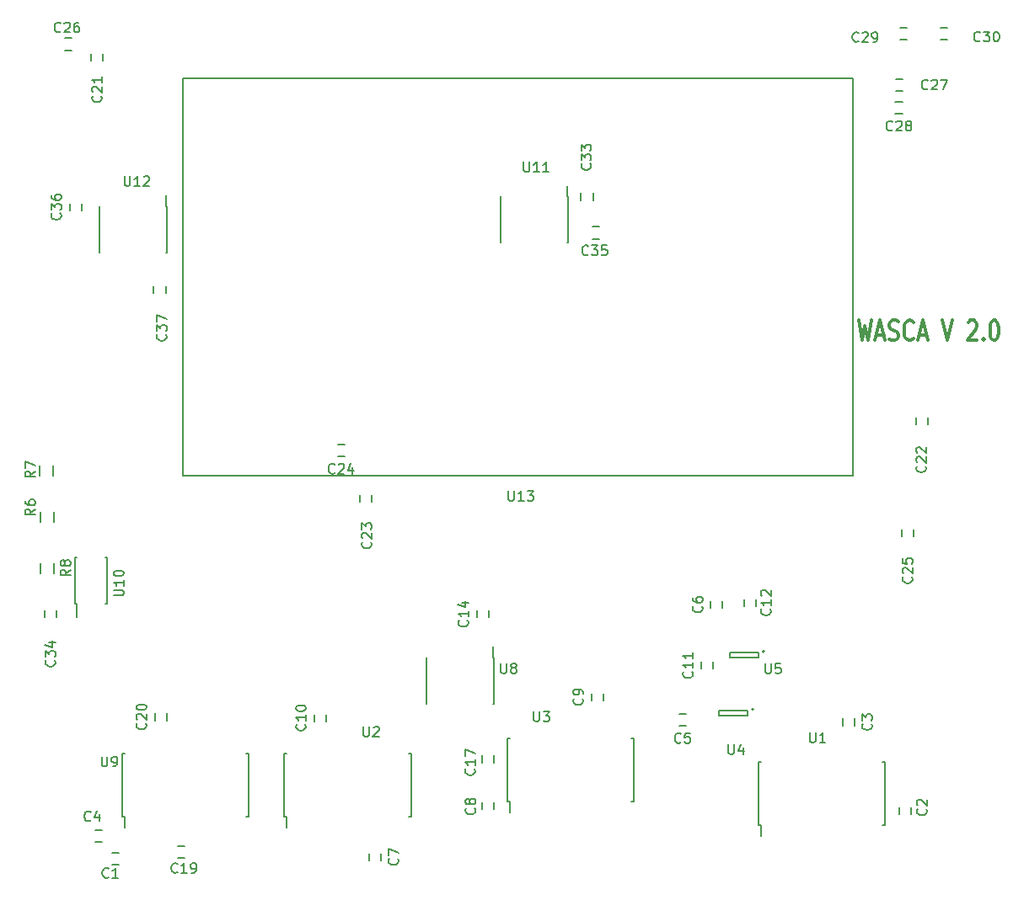
<source format=gto>
G04 #@! TF.FileFunction,Legend,Top*
%FSLAX46Y46*%
G04 Gerber Fmt 4.6, Leading zero omitted, Abs format (unit mm)*
G04 Created by KiCad (PCBNEW 4.0.2-stable) date 05.06.2016 11:41:23*
%MOMM*%
G01*
G04 APERTURE LIST*
%ADD10C,0.150000*%
%ADD11C,0.304800*%
G04 APERTURE END LIST*
D10*
D11*
X111872485Y-89387438D02*
X112235342Y-91419438D01*
X112525628Y-89968010D01*
X112815914Y-91419438D01*
X113178771Y-89387438D01*
X113686771Y-90838867D02*
X114412485Y-90838867D01*
X113541628Y-91419438D02*
X114049628Y-89387438D01*
X114557628Y-91419438D01*
X114993057Y-91322676D02*
X115210771Y-91419438D01*
X115573628Y-91419438D01*
X115718771Y-91322676D01*
X115791342Y-91225914D01*
X115863914Y-91032390D01*
X115863914Y-90838867D01*
X115791342Y-90645343D01*
X115718771Y-90548581D01*
X115573628Y-90451819D01*
X115283342Y-90355057D01*
X115138200Y-90258295D01*
X115065628Y-90161533D01*
X114993057Y-89968010D01*
X114993057Y-89774486D01*
X115065628Y-89580962D01*
X115138200Y-89484200D01*
X115283342Y-89387438D01*
X115646200Y-89387438D01*
X115863914Y-89484200D01*
X117387914Y-91225914D02*
X117315343Y-91322676D01*
X117097629Y-91419438D01*
X116952486Y-91419438D01*
X116734771Y-91322676D01*
X116589629Y-91129152D01*
X116517057Y-90935629D01*
X116444486Y-90548581D01*
X116444486Y-90258295D01*
X116517057Y-89871248D01*
X116589629Y-89677724D01*
X116734771Y-89484200D01*
X116952486Y-89387438D01*
X117097629Y-89387438D01*
X117315343Y-89484200D01*
X117387914Y-89580962D01*
X117968486Y-90838867D02*
X118694200Y-90838867D01*
X117823343Y-91419438D02*
X118331343Y-89387438D01*
X118839343Y-91419438D01*
X120290772Y-89387438D02*
X120798772Y-91419438D01*
X121306772Y-89387438D01*
X122903344Y-89580962D02*
X122975915Y-89484200D01*
X123121058Y-89387438D01*
X123483915Y-89387438D01*
X123629058Y-89484200D01*
X123701629Y-89580962D01*
X123774201Y-89774486D01*
X123774201Y-89968010D01*
X123701629Y-90258295D01*
X122830772Y-91419438D01*
X123774201Y-91419438D01*
X124427344Y-91225914D02*
X124499916Y-91322676D01*
X124427344Y-91419438D01*
X124354773Y-91322676D01*
X124427344Y-91225914D01*
X124427344Y-91419438D01*
X125443344Y-89387438D02*
X125588487Y-89387438D01*
X125733630Y-89484200D01*
X125806201Y-89580962D01*
X125878772Y-89774486D01*
X125951344Y-90161533D01*
X125951344Y-90645343D01*
X125878772Y-91032390D01*
X125806201Y-91225914D01*
X125733630Y-91322676D01*
X125588487Y-91419438D01*
X125443344Y-91419438D01*
X125298201Y-91322676D01*
X125225630Y-91225914D01*
X125153058Y-91032390D01*
X125080487Y-90645343D01*
X125080487Y-90161533D01*
X125153058Y-89774486D01*
X125225630Y-89580962D01*
X125298201Y-89484200D01*
X125443344Y-89387438D01*
D10*
X32862000Y-62220400D02*
X32162000Y-62220400D01*
X32162000Y-61020400D02*
X32862000Y-61020400D01*
X43480000Y-142250000D02*
X44180000Y-142250000D01*
X44180000Y-143450000D02*
X43480000Y-143450000D01*
X37590000Y-144150000D02*
X36890000Y-144150000D01*
X36890000Y-142950000D02*
X37590000Y-142950000D01*
X115930000Y-139070000D02*
X115930000Y-138370000D01*
X117130000Y-138370000D02*
X117130000Y-139070000D01*
X110320000Y-130130000D02*
X110320000Y-129430000D01*
X111520000Y-129430000D02*
X111520000Y-130130000D01*
X35900000Y-141870000D02*
X35200000Y-141870000D01*
X35200000Y-140670000D02*
X35900000Y-140670000D01*
X94540000Y-130150000D02*
X93840000Y-130150000D01*
X93840000Y-128950000D02*
X94540000Y-128950000D01*
X96990000Y-118320000D02*
X96990000Y-117620000D01*
X98190000Y-117620000D02*
X98190000Y-118320000D01*
X63900000Y-143000000D02*
X63900000Y-143700000D01*
X62700000Y-143700000D02*
X62700000Y-143000000D01*
X75250000Y-137850000D02*
X75250000Y-138550000D01*
X74050000Y-138550000D02*
X74050000Y-137850000D01*
X100400000Y-118130000D02*
X100400000Y-117430000D01*
X101600000Y-117430000D02*
X101600000Y-118130000D01*
X101805000Y-140155000D02*
X102062500Y-140155000D01*
X101805000Y-133805000D02*
X102062500Y-133805000D01*
X114555000Y-133805000D02*
X114297500Y-133805000D01*
X114555000Y-140155000D02*
X114297500Y-140155000D01*
X101805000Y-140155000D02*
X101805000Y-133805000D01*
X114555000Y-140155000D02*
X114555000Y-133805000D01*
X102062500Y-140155000D02*
X102062500Y-141230000D01*
X54175000Y-139325000D02*
X54432500Y-139325000D01*
X54175000Y-132975000D02*
X54432500Y-132975000D01*
X66925000Y-132975000D02*
X66667500Y-132975000D01*
X66925000Y-139325000D02*
X66667500Y-139325000D01*
X54175000Y-139325000D02*
X54175000Y-132975000D01*
X66925000Y-139325000D02*
X66925000Y-132975000D01*
X54432500Y-139325000D02*
X54432500Y-140400000D01*
X76575000Y-137805000D02*
X76832500Y-137805000D01*
X76575000Y-131455000D02*
X76832500Y-131455000D01*
X89325000Y-131455000D02*
X89067500Y-131455000D01*
X89325000Y-137805000D02*
X89067500Y-137805000D01*
X76575000Y-137805000D02*
X76575000Y-131455000D01*
X89325000Y-137805000D02*
X89325000Y-131455000D01*
X76832500Y-137805000D02*
X76832500Y-138880000D01*
X85060000Y-127610000D02*
X85060000Y-126910000D01*
X86260000Y-126910000D02*
X86260000Y-127610000D01*
X57190000Y-129720000D02*
X57190000Y-129020000D01*
X58390000Y-129020000D02*
X58390000Y-129720000D01*
X96080000Y-124430000D02*
X96080000Y-123730000D01*
X97280000Y-123730000D02*
X97280000Y-124430000D01*
X73510000Y-119270000D02*
X73510000Y-118570000D01*
X74710000Y-118570000D02*
X74710000Y-119270000D01*
X75250000Y-133150000D02*
X75250000Y-133850000D01*
X74050000Y-133850000D02*
X74050000Y-133150000D01*
X41180000Y-129610000D02*
X41180000Y-128910000D01*
X42380000Y-128910000D02*
X42380000Y-129610000D01*
X35931400Y-62591200D02*
X35931400Y-63291200D01*
X34731400Y-63291200D02*
X34731400Y-62591200D01*
X117637000Y-99877400D02*
X117637000Y-99177400D01*
X118837000Y-99177400D02*
X118837000Y-99877400D01*
X61807800Y-107649800D02*
X61807800Y-106949800D01*
X63007800Y-106949800D02*
X63007800Y-107649800D01*
X60240000Y-103050000D02*
X59540000Y-103050000D01*
X59540000Y-101850000D02*
X60240000Y-101850000D01*
X117440000Y-110400000D02*
X117440000Y-111100000D01*
X116240000Y-111100000D02*
X116240000Y-110400000D01*
X116300000Y-66350000D02*
X115600000Y-66350000D01*
X115600000Y-65150000D02*
X116300000Y-65150000D01*
X116280000Y-68580000D02*
X115580000Y-68580000D01*
X115580000Y-67380000D02*
X116280000Y-67380000D01*
X116740000Y-61160000D02*
X116040000Y-61160000D01*
X116040000Y-59960000D02*
X116740000Y-59960000D01*
X120107000Y-59979000D02*
X120807000Y-59979000D01*
X120807000Y-61179000D02*
X120107000Y-61179000D01*
X84000000Y-77290000D02*
X84000000Y-76590000D01*
X85200000Y-76590000D02*
X85200000Y-77290000D01*
X31340000Y-118530000D02*
X31340000Y-119230000D01*
X30140000Y-119230000D02*
X30140000Y-118530000D01*
X85130000Y-79990000D02*
X85830000Y-79990000D01*
X85830000Y-81190000D02*
X85130000Y-81190000D01*
X32620000Y-78330000D02*
X32620000Y-77630000D01*
X33820000Y-77630000D02*
X33820000Y-78330000D01*
X42270000Y-85940000D02*
X42270000Y-86640000D01*
X41070000Y-86640000D02*
X41070000Y-85940000D01*
X31055000Y-108650000D02*
X31055000Y-109650000D01*
X29705000Y-109650000D02*
X29705000Y-108650000D01*
X30965000Y-104030000D02*
X30965000Y-105030000D01*
X29615000Y-105030000D02*
X29615000Y-104030000D01*
X29715000Y-114800000D02*
X29715000Y-113800000D01*
X31065000Y-113800000D02*
X31065000Y-114800000D01*
X82665000Y-76925000D02*
X82640000Y-76925000D01*
X82665000Y-81575000D02*
X82640000Y-81575000D01*
X75915000Y-81575000D02*
X75940000Y-81575000D01*
X75915000Y-76925000D02*
X75940000Y-76925000D01*
X82665000Y-76925000D02*
X82665000Y-81575000D01*
X75915000Y-76925000D02*
X75915000Y-81575000D01*
X82640000Y-76925000D02*
X82640000Y-75850000D01*
X75215000Y-123265000D02*
X75190000Y-123265000D01*
X75215000Y-127915000D02*
X75190000Y-127915000D01*
X68465000Y-127915000D02*
X68490000Y-127915000D01*
X68465000Y-123265000D02*
X68490000Y-123265000D01*
X75215000Y-123265000D02*
X75215000Y-127915000D01*
X68465000Y-123265000D02*
X68465000Y-127915000D01*
X75190000Y-123265000D02*
X75190000Y-122190000D01*
X37895000Y-139305000D02*
X38152500Y-139305000D01*
X37895000Y-132955000D02*
X38152500Y-132955000D01*
X50645000Y-132955000D02*
X50387500Y-132955000D01*
X50645000Y-139305000D02*
X50387500Y-139305000D01*
X37895000Y-139305000D02*
X37895000Y-132955000D01*
X50645000Y-139305000D02*
X50645000Y-132955000D01*
X38152500Y-139305000D02*
X38152500Y-140380000D01*
X33155000Y-117865000D02*
X33355000Y-117865000D01*
X33155000Y-113215000D02*
X33355000Y-113215000D01*
X36405000Y-113215000D02*
X36205000Y-113215000D01*
X36405000Y-117865000D02*
X36205000Y-117865000D01*
X33155000Y-117865000D02*
X33155000Y-113215000D01*
X36405000Y-117865000D02*
X36405000Y-113215000D01*
X33355000Y-117865000D02*
X33355000Y-119215000D01*
X102420000Y-122680000D02*
G75*
G03X102420000Y-122680000I-100000J0D01*
G01*
X101820000Y-123330000D02*
X101820000Y-122830000D01*
X98920000Y-123330000D02*
X101820000Y-123330000D01*
X98920000Y-122830000D02*
X98920000Y-123330000D01*
X101820000Y-122830000D02*
X98920000Y-122830000D01*
X101340000Y-128510000D02*
G75*
G03X101340000Y-128510000I-100000J0D01*
G01*
X100740000Y-129160000D02*
X100740000Y-128660000D01*
X97840000Y-129160000D02*
X100740000Y-129160000D01*
X97840000Y-128660000D02*
X97840000Y-129160000D01*
X100740000Y-128660000D02*
X97840000Y-128660000D01*
X42355000Y-77915000D02*
X42330000Y-77915000D01*
X42355000Y-82565000D02*
X42330000Y-82565000D01*
X35605000Y-82565000D02*
X35630000Y-82565000D01*
X35605000Y-77915000D02*
X35630000Y-77915000D01*
X42355000Y-77915000D02*
X42355000Y-82565000D01*
X35605000Y-77915000D02*
X35605000Y-82565000D01*
X42330000Y-77915000D02*
X42330000Y-76840000D01*
X111295000Y-65030000D02*
X43985000Y-65030000D01*
X111295000Y-105035000D02*
X111295000Y-65030000D01*
X43985000Y-105035000D02*
X111295000Y-105035000D01*
X43985000Y-65030000D02*
X43985000Y-105035000D01*
X31717143Y-60325543D02*
X31669524Y-60373162D01*
X31526667Y-60420781D01*
X31431429Y-60420781D01*
X31288571Y-60373162D01*
X31193333Y-60277924D01*
X31145714Y-60182686D01*
X31098095Y-59992210D01*
X31098095Y-59849352D01*
X31145714Y-59658876D01*
X31193333Y-59563638D01*
X31288571Y-59468400D01*
X31431429Y-59420781D01*
X31526667Y-59420781D01*
X31669524Y-59468400D01*
X31717143Y-59516019D01*
X32098095Y-59516019D02*
X32145714Y-59468400D01*
X32240952Y-59420781D01*
X32479048Y-59420781D01*
X32574286Y-59468400D01*
X32621905Y-59516019D01*
X32669524Y-59611257D01*
X32669524Y-59706495D01*
X32621905Y-59849352D01*
X32050476Y-60420781D01*
X32669524Y-60420781D01*
X33526667Y-59420781D02*
X33336190Y-59420781D01*
X33240952Y-59468400D01*
X33193333Y-59516019D01*
X33098095Y-59658876D01*
X33050476Y-59849352D01*
X33050476Y-60230305D01*
X33098095Y-60325543D01*
X33145714Y-60373162D01*
X33240952Y-60420781D01*
X33431429Y-60420781D01*
X33526667Y-60373162D01*
X33574286Y-60325543D01*
X33621905Y-60230305D01*
X33621905Y-59992210D01*
X33574286Y-59896971D01*
X33526667Y-59849352D01*
X33431429Y-59801733D01*
X33240952Y-59801733D01*
X33145714Y-59849352D01*
X33098095Y-59896971D01*
X33050476Y-59992210D01*
X43457143Y-144857143D02*
X43409524Y-144904762D01*
X43266667Y-144952381D01*
X43171429Y-144952381D01*
X43028571Y-144904762D01*
X42933333Y-144809524D01*
X42885714Y-144714286D01*
X42838095Y-144523810D01*
X42838095Y-144380952D01*
X42885714Y-144190476D01*
X42933333Y-144095238D01*
X43028571Y-144000000D01*
X43171429Y-143952381D01*
X43266667Y-143952381D01*
X43409524Y-144000000D01*
X43457143Y-144047619D01*
X44409524Y-144952381D02*
X43838095Y-144952381D01*
X44123809Y-144952381D02*
X44123809Y-143952381D01*
X44028571Y-144095238D01*
X43933333Y-144190476D01*
X43838095Y-144238095D01*
X44885714Y-144952381D02*
X45076190Y-144952381D01*
X45171429Y-144904762D01*
X45219048Y-144857143D01*
X45314286Y-144714286D01*
X45361905Y-144523810D01*
X45361905Y-144142857D01*
X45314286Y-144047619D01*
X45266667Y-144000000D01*
X45171429Y-143952381D01*
X44980952Y-143952381D01*
X44885714Y-144000000D01*
X44838095Y-144047619D01*
X44790476Y-144142857D01*
X44790476Y-144380952D01*
X44838095Y-144476190D01*
X44885714Y-144523810D01*
X44980952Y-144571429D01*
X45171429Y-144571429D01*
X45266667Y-144523810D01*
X45314286Y-144476190D01*
X45361905Y-144380952D01*
X36533334Y-145357143D02*
X36485715Y-145404762D01*
X36342858Y-145452381D01*
X36247620Y-145452381D01*
X36104762Y-145404762D01*
X36009524Y-145309524D01*
X35961905Y-145214286D01*
X35914286Y-145023810D01*
X35914286Y-144880952D01*
X35961905Y-144690476D01*
X36009524Y-144595238D01*
X36104762Y-144500000D01*
X36247620Y-144452381D01*
X36342858Y-144452381D01*
X36485715Y-144500000D01*
X36533334Y-144547619D01*
X37485715Y-145452381D02*
X36914286Y-145452381D01*
X37200000Y-145452381D02*
X37200000Y-144452381D01*
X37104762Y-144595238D01*
X37009524Y-144690476D01*
X36914286Y-144738095D01*
X118639743Y-138518366D02*
X118687362Y-138565985D01*
X118734981Y-138708842D01*
X118734981Y-138804080D01*
X118687362Y-138946938D01*
X118592124Y-139042176D01*
X118496886Y-139089795D01*
X118306410Y-139137414D01*
X118163552Y-139137414D01*
X117973076Y-139089795D01*
X117877838Y-139042176D01*
X117782600Y-138946938D01*
X117734981Y-138804080D01*
X117734981Y-138708842D01*
X117782600Y-138565985D01*
X117830219Y-138518366D01*
X117830219Y-138137414D02*
X117782600Y-138089795D01*
X117734981Y-137994557D01*
X117734981Y-137756461D01*
X117782600Y-137661223D01*
X117830219Y-137613604D01*
X117925457Y-137565985D01*
X118020695Y-137565985D01*
X118163552Y-137613604D01*
X118734981Y-138185033D01*
X118734981Y-137565985D01*
X113133143Y-129960666D02*
X113180762Y-130008285D01*
X113228381Y-130151142D01*
X113228381Y-130246380D01*
X113180762Y-130389238D01*
X113085524Y-130484476D01*
X112990286Y-130532095D01*
X112799810Y-130579714D01*
X112656952Y-130579714D01*
X112466476Y-130532095D01*
X112371238Y-130484476D01*
X112276000Y-130389238D01*
X112228381Y-130246380D01*
X112228381Y-130151142D01*
X112276000Y-130008285D01*
X112323619Y-129960666D01*
X112228381Y-129627333D02*
X112228381Y-129008285D01*
X112609333Y-129341619D01*
X112609333Y-129198761D01*
X112656952Y-129103523D01*
X112704571Y-129055904D01*
X112799810Y-129008285D01*
X113037905Y-129008285D01*
X113133143Y-129055904D01*
X113180762Y-129103523D01*
X113228381Y-129198761D01*
X113228381Y-129484476D01*
X113180762Y-129579714D01*
X113133143Y-129627333D01*
X34733334Y-139657143D02*
X34685715Y-139704762D01*
X34542858Y-139752381D01*
X34447620Y-139752381D01*
X34304762Y-139704762D01*
X34209524Y-139609524D01*
X34161905Y-139514286D01*
X34114286Y-139323810D01*
X34114286Y-139180952D01*
X34161905Y-138990476D01*
X34209524Y-138895238D01*
X34304762Y-138800000D01*
X34447620Y-138752381D01*
X34542858Y-138752381D01*
X34685715Y-138800000D01*
X34733334Y-138847619D01*
X35590477Y-139085714D02*
X35590477Y-139752381D01*
X35352381Y-138704762D02*
X35114286Y-139419048D01*
X35733334Y-139419048D01*
X94023334Y-131807143D02*
X93975715Y-131854762D01*
X93832858Y-131902381D01*
X93737620Y-131902381D01*
X93594762Y-131854762D01*
X93499524Y-131759524D01*
X93451905Y-131664286D01*
X93404286Y-131473810D01*
X93404286Y-131330952D01*
X93451905Y-131140476D01*
X93499524Y-131045238D01*
X93594762Y-130950000D01*
X93737620Y-130902381D01*
X93832858Y-130902381D01*
X93975715Y-130950000D01*
X94023334Y-130997619D01*
X94928096Y-130902381D02*
X94451905Y-130902381D01*
X94404286Y-131378571D01*
X94451905Y-131330952D01*
X94547143Y-131283333D01*
X94785239Y-131283333D01*
X94880477Y-131330952D01*
X94928096Y-131378571D01*
X94975715Y-131473810D01*
X94975715Y-131711905D01*
X94928096Y-131807143D01*
X94880477Y-131854762D01*
X94785239Y-131902381D01*
X94547143Y-131902381D01*
X94451905Y-131854762D01*
X94404286Y-131807143D01*
X96115143Y-118136666D02*
X96162762Y-118184285D01*
X96210381Y-118327142D01*
X96210381Y-118422380D01*
X96162762Y-118565238D01*
X96067524Y-118660476D01*
X95972286Y-118708095D01*
X95781810Y-118755714D01*
X95638952Y-118755714D01*
X95448476Y-118708095D01*
X95353238Y-118660476D01*
X95258000Y-118565238D01*
X95210381Y-118422380D01*
X95210381Y-118327142D01*
X95258000Y-118184285D01*
X95305619Y-118136666D01*
X95210381Y-117279523D02*
X95210381Y-117470000D01*
X95258000Y-117565238D01*
X95305619Y-117612857D01*
X95448476Y-117708095D01*
X95638952Y-117755714D01*
X96019905Y-117755714D01*
X96115143Y-117708095D01*
X96162762Y-117660476D01*
X96210381Y-117565238D01*
X96210381Y-117374761D01*
X96162762Y-117279523D01*
X96115143Y-117231904D01*
X96019905Y-117184285D01*
X95781810Y-117184285D01*
X95686571Y-117231904D01*
X95638952Y-117279523D01*
X95591333Y-117374761D01*
X95591333Y-117565238D01*
X95638952Y-117660476D01*
X95686571Y-117708095D01*
X95781810Y-117755714D01*
X65557143Y-143516666D02*
X65604762Y-143564285D01*
X65652381Y-143707142D01*
X65652381Y-143802380D01*
X65604762Y-143945238D01*
X65509524Y-144040476D01*
X65414286Y-144088095D01*
X65223810Y-144135714D01*
X65080952Y-144135714D01*
X64890476Y-144088095D01*
X64795238Y-144040476D01*
X64700000Y-143945238D01*
X64652381Y-143802380D01*
X64652381Y-143707142D01*
X64700000Y-143564285D01*
X64747619Y-143516666D01*
X64652381Y-143183333D02*
X64652381Y-142516666D01*
X65652381Y-142945238D01*
X73292643Y-138442866D02*
X73340262Y-138490485D01*
X73387881Y-138633342D01*
X73387881Y-138728580D01*
X73340262Y-138871438D01*
X73245024Y-138966676D01*
X73149786Y-139014295D01*
X72959310Y-139061914D01*
X72816452Y-139061914D01*
X72625976Y-139014295D01*
X72530738Y-138966676D01*
X72435500Y-138871438D01*
X72387881Y-138728580D01*
X72387881Y-138633342D01*
X72435500Y-138490485D01*
X72483119Y-138442866D01*
X72816452Y-137871438D02*
X72768833Y-137966676D01*
X72721214Y-138014295D01*
X72625976Y-138061914D01*
X72578357Y-138061914D01*
X72483119Y-138014295D01*
X72435500Y-137966676D01*
X72387881Y-137871438D01*
X72387881Y-137680961D01*
X72435500Y-137585723D01*
X72483119Y-137538104D01*
X72578357Y-137490485D01*
X72625976Y-137490485D01*
X72721214Y-137538104D01*
X72768833Y-137585723D01*
X72816452Y-137680961D01*
X72816452Y-137871438D01*
X72864071Y-137966676D01*
X72911690Y-138014295D01*
X73006929Y-138061914D01*
X73197405Y-138061914D01*
X73292643Y-138014295D01*
X73340262Y-137966676D01*
X73387881Y-137871438D01*
X73387881Y-137680961D01*
X73340262Y-137585723D01*
X73292643Y-137538104D01*
X73197405Y-137490485D01*
X73006929Y-137490485D01*
X72911690Y-137538104D01*
X72864071Y-137585723D01*
X72816452Y-137680961D01*
X102973143Y-118422857D02*
X103020762Y-118470476D01*
X103068381Y-118613333D01*
X103068381Y-118708571D01*
X103020762Y-118851429D01*
X102925524Y-118946667D01*
X102830286Y-118994286D01*
X102639810Y-119041905D01*
X102496952Y-119041905D01*
X102306476Y-118994286D01*
X102211238Y-118946667D01*
X102116000Y-118851429D01*
X102068381Y-118708571D01*
X102068381Y-118613333D01*
X102116000Y-118470476D01*
X102163619Y-118422857D01*
X103068381Y-117470476D02*
X103068381Y-118041905D01*
X103068381Y-117756191D02*
X102068381Y-117756191D01*
X102211238Y-117851429D01*
X102306476Y-117946667D01*
X102354095Y-118041905D01*
X102163619Y-117089524D02*
X102116000Y-117041905D01*
X102068381Y-116946667D01*
X102068381Y-116708571D01*
X102116000Y-116613333D01*
X102163619Y-116565714D01*
X102258857Y-116518095D01*
X102354095Y-116518095D01*
X102496952Y-116565714D01*
X103068381Y-117137143D01*
X103068381Y-116518095D01*
X106973595Y-130844381D02*
X106973595Y-131653905D01*
X107021214Y-131749143D01*
X107068833Y-131796762D01*
X107164071Y-131844381D01*
X107354548Y-131844381D01*
X107449786Y-131796762D01*
X107497405Y-131749143D01*
X107545024Y-131653905D01*
X107545024Y-130844381D01*
X108545024Y-131844381D02*
X107973595Y-131844381D01*
X108259309Y-131844381D02*
X108259309Y-130844381D01*
X108164071Y-130987238D01*
X108068833Y-131082476D01*
X107973595Y-131130095D01*
X62138095Y-130252381D02*
X62138095Y-131061905D01*
X62185714Y-131157143D01*
X62233333Y-131204762D01*
X62328571Y-131252381D01*
X62519048Y-131252381D01*
X62614286Y-131204762D01*
X62661905Y-131157143D01*
X62709524Y-131061905D01*
X62709524Y-130252381D01*
X63138095Y-130347619D02*
X63185714Y-130300000D01*
X63280952Y-130252381D01*
X63519048Y-130252381D01*
X63614286Y-130300000D01*
X63661905Y-130347619D01*
X63709524Y-130442857D01*
X63709524Y-130538095D01*
X63661905Y-130680952D01*
X63090476Y-131252381D01*
X63709524Y-131252381D01*
X79248095Y-128738381D02*
X79248095Y-129547905D01*
X79295714Y-129643143D01*
X79343333Y-129690762D01*
X79438571Y-129738381D01*
X79629048Y-129738381D01*
X79724286Y-129690762D01*
X79771905Y-129643143D01*
X79819524Y-129547905D01*
X79819524Y-128738381D01*
X80200476Y-128738381D02*
X80819524Y-128738381D01*
X80486190Y-129119333D01*
X80629048Y-129119333D01*
X80724286Y-129166952D01*
X80771905Y-129214571D01*
X80819524Y-129309810D01*
X80819524Y-129547905D01*
X80771905Y-129643143D01*
X80724286Y-129690762D01*
X80629048Y-129738381D01*
X80343333Y-129738381D01*
X80248095Y-129690762D01*
X80200476Y-129643143D01*
X84117143Y-127426666D02*
X84164762Y-127474285D01*
X84212381Y-127617142D01*
X84212381Y-127712380D01*
X84164762Y-127855238D01*
X84069524Y-127950476D01*
X83974286Y-127998095D01*
X83783810Y-128045714D01*
X83640952Y-128045714D01*
X83450476Y-127998095D01*
X83355238Y-127950476D01*
X83260000Y-127855238D01*
X83212381Y-127712380D01*
X83212381Y-127617142D01*
X83260000Y-127474285D01*
X83307619Y-127426666D01*
X84212381Y-126950476D02*
X84212381Y-126760000D01*
X84164762Y-126664761D01*
X84117143Y-126617142D01*
X83974286Y-126521904D01*
X83783810Y-126474285D01*
X83402857Y-126474285D01*
X83307619Y-126521904D01*
X83260000Y-126569523D01*
X83212381Y-126664761D01*
X83212381Y-126855238D01*
X83260000Y-126950476D01*
X83307619Y-126998095D01*
X83402857Y-127045714D01*
X83640952Y-127045714D01*
X83736190Y-126998095D01*
X83783810Y-126950476D01*
X83831429Y-126855238D01*
X83831429Y-126664761D01*
X83783810Y-126569523D01*
X83736190Y-126521904D01*
X83640952Y-126474285D01*
X56247143Y-130012857D02*
X56294762Y-130060476D01*
X56342381Y-130203333D01*
X56342381Y-130298571D01*
X56294762Y-130441429D01*
X56199524Y-130536667D01*
X56104286Y-130584286D01*
X55913810Y-130631905D01*
X55770952Y-130631905D01*
X55580476Y-130584286D01*
X55485238Y-130536667D01*
X55390000Y-130441429D01*
X55342381Y-130298571D01*
X55342381Y-130203333D01*
X55390000Y-130060476D01*
X55437619Y-130012857D01*
X56342381Y-129060476D02*
X56342381Y-129631905D01*
X56342381Y-129346191D02*
X55342381Y-129346191D01*
X55485238Y-129441429D01*
X55580476Y-129536667D01*
X55628095Y-129631905D01*
X55342381Y-128441429D02*
X55342381Y-128346190D01*
X55390000Y-128250952D01*
X55437619Y-128203333D01*
X55532857Y-128155714D01*
X55723333Y-128108095D01*
X55961429Y-128108095D01*
X56151905Y-128155714D01*
X56247143Y-128203333D01*
X56294762Y-128250952D01*
X56342381Y-128346190D01*
X56342381Y-128441429D01*
X56294762Y-128536667D01*
X56247143Y-128584286D01*
X56151905Y-128631905D01*
X55961429Y-128679524D01*
X55723333Y-128679524D01*
X55532857Y-128631905D01*
X55437619Y-128584286D01*
X55390000Y-128536667D01*
X55342381Y-128441429D01*
X95137143Y-124722857D02*
X95184762Y-124770476D01*
X95232381Y-124913333D01*
X95232381Y-125008571D01*
X95184762Y-125151429D01*
X95089524Y-125246667D01*
X94994286Y-125294286D01*
X94803810Y-125341905D01*
X94660952Y-125341905D01*
X94470476Y-125294286D01*
X94375238Y-125246667D01*
X94280000Y-125151429D01*
X94232381Y-125008571D01*
X94232381Y-124913333D01*
X94280000Y-124770476D01*
X94327619Y-124722857D01*
X95232381Y-123770476D02*
X95232381Y-124341905D01*
X95232381Y-124056191D02*
X94232381Y-124056191D01*
X94375238Y-124151429D01*
X94470476Y-124246667D01*
X94518095Y-124341905D01*
X95232381Y-122818095D02*
X95232381Y-123389524D01*
X95232381Y-123103810D02*
X94232381Y-123103810D01*
X94375238Y-123199048D01*
X94470476Y-123294286D01*
X94518095Y-123389524D01*
X72567143Y-119562857D02*
X72614762Y-119610476D01*
X72662381Y-119753333D01*
X72662381Y-119848571D01*
X72614762Y-119991429D01*
X72519524Y-120086667D01*
X72424286Y-120134286D01*
X72233810Y-120181905D01*
X72090952Y-120181905D01*
X71900476Y-120134286D01*
X71805238Y-120086667D01*
X71710000Y-119991429D01*
X71662381Y-119848571D01*
X71662381Y-119753333D01*
X71710000Y-119610476D01*
X71757619Y-119562857D01*
X72662381Y-118610476D02*
X72662381Y-119181905D01*
X72662381Y-118896191D02*
X71662381Y-118896191D01*
X71805238Y-118991429D01*
X71900476Y-119086667D01*
X71948095Y-119181905D01*
X71995714Y-117753333D02*
X72662381Y-117753333D01*
X71614762Y-117991429D02*
X72329048Y-118229524D01*
X72329048Y-117610476D01*
X73255143Y-134500857D02*
X73302762Y-134548476D01*
X73350381Y-134691333D01*
X73350381Y-134786571D01*
X73302762Y-134929429D01*
X73207524Y-135024667D01*
X73112286Y-135072286D01*
X72921810Y-135119905D01*
X72778952Y-135119905D01*
X72588476Y-135072286D01*
X72493238Y-135024667D01*
X72398000Y-134929429D01*
X72350381Y-134786571D01*
X72350381Y-134691333D01*
X72398000Y-134548476D01*
X72445619Y-134500857D01*
X73350381Y-133548476D02*
X73350381Y-134119905D01*
X73350381Y-133834191D02*
X72350381Y-133834191D01*
X72493238Y-133929429D01*
X72588476Y-134024667D01*
X72636095Y-134119905D01*
X72350381Y-133215143D02*
X72350381Y-132548476D01*
X73350381Y-132977048D01*
X40237143Y-129902857D02*
X40284762Y-129950476D01*
X40332381Y-130093333D01*
X40332381Y-130188571D01*
X40284762Y-130331429D01*
X40189524Y-130426667D01*
X40094286Y-130474286D01*
X39903810Y-130521905D01*
X39760952Y-130521905D01*
X39570476Y-130474286D01*
X39475238Y-130426667D01*
X39380000Y-130331429D01*
X39332381Y-130188571D01*
X39332381Y-130093333D01*
X39380000Y-129950476D01*
X39427619Y-129902857D01*
X39427619Y-129521905D02*
X39380000Y-129474286D01*
X39332381Y-129379048D01*
X39332381Y-129140952D01*
X39380000Y-129045714D01*
X39427619Y-128998095D01*
X39522857Y-128950476D01*
X39618095Y-128950476D01*
X39760952Y-128998095D01*
X40332381Y-129569524D01*
X40332381Y-128950476D01*
X39332381Y-128331429D02*
X39332381Y-128236190D01*
X39380000Y-128140952D01*
X39427619Y-128093333D01*
X39522857Y-128045714D01*
X39713333Y-127998095D01*
X39951429Y-127998095D01*
X40141905Y-128045714D01*
X40237143Y-128093333D01*
X40284762Y-128140952D01*
X40332381Y-128236190D01*
X40332381Y-128331429D01*
X40284762Y-128426667D01*
X40237143Y-128474286D01*
X40141905Y-128521905D01*
X39951429Y-128569524D01*
X39713333Y-128569524D01*
X39522857Y-128521905D01*
X39427619Y-128474286D01*
X39380000Y-128426667D01*
X39332381Y-128331429D01*
X35770543Y-66824057D02*
X35818162Y-66871676D01*
X35865781Y-67014533D01*
X35865781Y-67109771D01*
X35818162Y-67252629D01*
X35722924Y-67347867D01*
X35627686Y-67395486D01*
X35437210Y-67443105D01*
X35294352Y-67443105D01*
X35103876Y-67395486D01*
X35008638Y-67347867D01*
X34913400Y-67252629D01*
X34865781Y-67109771D01*
X34865781Y-67014533D01*
X34913400Y-66871676D01*
X34961019Y-66824057D01*
X34961019Y-66443105D02*
X34913400Y-66395486D01*
X34865781Y-66300248D01*
X34865781Y-66062152D01*
X34913400Y-65966914D01*
X34961019Y-65919295D01*
X35056257Y-65871676D01*
X35151495Y-65871676D01*
X35294352Y-65919295D01*
X35865781Y-66490724D01*
X35865781Y-65871676D01*
X35865781Y-64919295D02*
X35865781Y-65490724D01*
X35865781Y-65205010D02*
X34865781Y-65205010D01*
X35008638Y-65300248D01*
X35103876Y-65395486D01*
X35151495Y-65490724D01*
X118584143Y-104052257D02*
X118631762Y-104099876D01*
X118679381Y-104242733D01*
X118679381Y-104337971D01*
X118631762Y-104480829D01*
X118536524Y-104576067D01*
X118441286Y-104623686D01*
X118250810Y-104671305D01*
X118107952Y-104671305D01*
X117917476Y-104623686D01*
X117822238Y-104576067D01*
X117727000Y-104480829D01*
X117679381Y-104337971D01*
X117679381Y-104242733D01*
X117727000Y-104099876D01*
X117774619Y-104052257D01*
X117774619Y-103671305D02*
X117727000Y-103623686D01*
X117679381Y-103528448D01*
X117679381Y-103290352D01*
X117727000Y-103195114D01*
X117774619Y-103147495D01*
X117869857Y-103099876D01*
X117965095Y-103099876D01*
X118107952Y-103147495D01*
X118679381Y-103718924D01*
X118679381Y-103099876D01*
X117774619Y-102718924D02*
X117727000Y-102671305D01*
X117679381Y-102576067D01*
X117679381Y-102337971D01*
X117727000Y-102242733D01*
X117774619Y-102195114D01*
X117869857Y-102147495D01*
X117965095Y-102147495D01*
X118107952Y-102195114D01*
X118679381Y-102766543D01*
X118679381Y-102147495D01*
X62866543Y-111691657D02*
X62914162Y-111739276D01*
X62961781Y-111882133D01*
X62961781Y-111977371D01*
X62914162Y-112120229D01*
X62818924Y-112215467D01*
X62723686Y-112263086D01*
X62533210Y-112310705D01*
X62390352Y-112310705D01*
X62199876Y-112263086D01*
X62104638Y-112215467D01*
X62009400Y-112120229D01*
X61961781Y-111977371D01*
X61961781Y-111882133D01*
X62009400Y-111739276D01*
X62057019Y-111691657D01*
X62057019Y-111310705D02*
X62009400Y-111263086D01*
X61961781Y-111167848D01*
X61961781Y-110929752D01*
X62009400Y-110834514D01*
X62057019Y-110786895D01*
X62152257Y-110739276D01*
X62247495Y-110739276D01*
X62390352Y-110786895D01*
X62961781Y-111358324D01*
X62961781Y-110739276D01*
X61961781Y-110405943D02*
X61961781Y-109786895D01*
X62342733Y-110120229D01*
X62342733Y-109977371D01*
X62390352Y-109882133D01*
X62437971Y-109834514D01*
X62533210Y-109786895D01*
X62771305Y-109786895D01*
X62866543Y-109834514D01*
X62914162Y-109882133D01*
X62961781Y-109977371D01*
X62961781Y-110263086D01*
X62914162Y-110358324D01*
X62866543Y-110405943D01*
X59247143Y-104707143D02*
X59199524Y-104754762D01*
X59056667Y-104802381D01*
X58961429Y-104802381D01*
X58818571Y-104754762D01*
X58723333Y-104659524D01*
X58675714Y-104564286D01*
X58628095Y-104373810D01*
X58628095Y-104230952D01*
X58675714Y-104040476D01*
X58723333Y-103945238D01*
X58818571Y-103850000D01*
X58961429Y-103802381D01*
X59056667Y-103802381D01*
X59199524Y-103850000D01*
X59247143Y-103897619D01*
X59628095Y-103897619D02*
X59675714Y-103850000D01*
X59770952Y-103802381D01*
X60009048Y-103802381D01*
X60104286Y-103850000D01*
X60151905Y-103897619D01*
X60199524Y-103992857D01*
X60199524Y-104088095D01*
X60151905Y-104230952D01*
X59580476Y-104802381D01*
X60199524Y-104802381D01*
X61056667Y-104135714D02*
X61056667Y-104802381D01*
X60818571Y-103754762D02*
X60580476Y-104469048D01*
X61199524Y-104469048D01*
X117197143Y-115196857D02*
X117244762Y-115244476D01*
X117292381Y-115387333D01*
X117292381Y-115482571D01*
X117244762Y-115625429D01*
X117149524Y-115720667D01*
X117054286Y-115768286D01*
X116863810Y-115815905D01*
X116720952Y-115815905D01*
X116530476Y-115768286D01*
X116435238Y-115720667D01*
X116340000Y-115625429D01*
X116292381Y-115482571D01*
X116292381Y-115387333D01*
X116340000Y-115244476D01*
X116387619Y-115196857D01*
X116387619Y-114815905D02*
X116340000Y-114768286D01*
X116292381Y-114673048D01*
X116292381Y-114434952D01*
X116340000Y-114339714D01*
X116387619Y-114292095D01*
X116482857Y-114244476D01*
X116578095Y-114244476D01*
X116720952Y-114292095D01*
X117292381Y-114863524D01*
X117292381Y-114244476D01*
X116292381Y-113339714D02*
X116292381Y-113815905D01*
X116768571Y-113863524D01*
X116720952Y-113815905D01*
X116673333Y-113720667D01*
X116673333Y-113482571D01*
X116720952Y-113387333D01*
X116768571Y-113339714D01*
X116863810Y-113292095D01*
X117101905Y-113292095D01*
X117197143Y-113339714D01*
X117244762Y-113387333D01*
X117292381Y-113482571D01*
X117292381Y-113720667D01*
X117244762Y-113815905D01*
X117197143Y-113863524D01*
X118838743Y-66092343D02*
X118791124Y-66139962D01*
X118648267Y-66187581D01*
X118553029Y-66187581D01*
X118410171Y-66139962D01*
X118314933Y-66044724D01*
X118267314Y-65949486D01*
X118219695Y-65759010D01*
X118219695Y-65616152D01*
X118267314Y-65425676D01*
X118314933Y-65330438D01*
X118410171Y-65235200D01*
X118553029Y-65187581D01*
X118648267Y-65187581D01*
X118791124Y-65235200D01*
X118838743Y-65282819D01*
X119219695Y-65282819D02*
X119267314Y-65235200D01*
X119362552Y-65187581D01*
X119600648Y-65187581D01*
X119695886Y-65235200D01*
X119743505Y-65282819D01*
X119791124Y-65378057D01*
X119791124Y-65473295D01*
X119743505Y-65616152D01*
X119172076Y-66187581D01*
X119791124Y-66187581D01*
X120124457Y-65187581D02*
X120791124Y-65187581D01*
X120362552Y-66187581D01*
X115287143Y-70237143D02*
X115239524Y-70284762D01*
X115096667Y-70332381D01*
X115001429Y-70332381D01*
X114858571Y-70284762D01*
X114763333Y-70189524D01*
X114715714Y-70094286D01*
X114668095Y-69903810D01*
X114668095Y-69760952D01*
X114715714Y-69570476D01*
X114763333Y-69475238D01*
X114858571Y-69380000D01*
X115001429Y-69332381D01*
X115096667Y-69332381D01*
X115239524Y-69380000D01*
X115287143Y-69427619D01*
X115668095Y-69427619D02*
X115715714Y-69380000D01*
X115810952Y-69332381D01*
X116049048Y-69332381D01*
X116144286Y-69380000D01*
X116191905Y-69427619D01*
X116239524Y-69522857D01*
X116239524Y-69618095D01*
X116191905Y-69760952D01*
X115620476Y-70332381D01*
X116239524Y-70332381D01*
X116810952Y-69760952D02*
X116715714Y-69713333D01*
X116668095Y-69665714D01*
X116620476Y-69570476D01*
X116620476Y-69522857D01*
X116668095Y-69427619D01*
X116715714Y-69380000D01*
X116810952Y-69332381D01*
X117001429Y-69332381D01*
X117096667Y-69380000D01*
X117144286Y-69427619D01*
X117191905Y-69522857D01*
X117191905Y-69570476D01*
X117144286Y-69665714D01*
X117096667Y-69713333D01*
X117001429Y-69760952D01*
X116810952Y-69760952D01*
X116715714Y-69808571D01*
X116668095Y-69856190D01*
X116620476Y-69951429D01*
X116620476Y-70141905D01*
X116668095Y-70237143D01*
X116715714Y-70284762D01*
X116810952Y-70332381D01*
X117001429Y-70332381D01*
X117096667Y-70284762D01*
X117144286Y-70237143D01*
X117191905Y-70141905D01*
X117191905Y-69951429D01*
X117144286Y-69856190D01*
X117096667Y-69808571D01*
X117001429Y-69760952D01*
X111879143Y-61317143D02*
X111831524Y-61364762D01*
X111688667Y-61412381D01*
X111593429Y-61412381D01*
X111450571Y-61364762D01*
X111355333Y-61269524D01*
X111307714Y-61174286D01*
X111260095Y-60983810D01*
X111260095Y-60840952D01*
X111307714Y-60650476D01*
X111355333Y-60555238D01*
X111450571Y-60460000D01*
X111593429Y-60412381D01*
X111688667Y-60412381D01*
X111831524Y-60460000D01*
X111879143Y-60507619D01*
X112260095Y-60507619D02*
X112307714Y-60460000D01*
X112402952Y-60412381D01*
X112641048Y-60412381D01*
X112736286Y-60460000D01*
X112783905Y-60507619D01*
X112831524Y-60602857D01*
X112831524Y-60698095D01*
X112783905Y-60840952D01*
X112212476Y-61412381D01*
X112831524Y-61412381D01*
X113307714Y-61412381D02*
X113498190Y-61412381D01*
X113593429Y-61364762D01*
X113641048Y-61317143D01*
X113736286Y-61174286D01*
X113783905Y-60983810D01*
X113783905Y-60602857D01*
X113736286Y-60507619D01*
X113688667Y-60460000D01*
X113593429Y-60412381D01*
X113402952Y-60412381D01*
X113307714Y-60460000D01*
X113260095Y-60507619D01*
X113212476Y-60602857D01*
X113212476Y-60840952D01*
X113260095Y-60936190D01*
X113307714Y-60983810D01*
X113402952Y-61031429D01*
X113593429Y-61031429D01*
X113688667Y-60983810D01*
X113736286Y-60936190D01*
X113783905Y-60840952D01*
X124096543Y-61266343D02*
X124048924Y-61313962D01*
X123906067Y-61361581D01*
X123810829Y-61361581D01*
X123667971Y-61313962D01*
X123572733Y-61218724D01*
X123525114Y-61123486D01*
X123477495Y-60933010D01*
X123477495Y-60790152D01*
X123525114Y-60599676D01*
X123572733Y-60504438D01*
X123667971Y-60409200D01*
X123810829Y-60361581D01*
X123906067Y-60361581D01*
X124048924Y-60409200D01*
X124096543Y-60456819D01*
X124429876Y-60361581D02*
X125048924Y-60361581D01*
X124715590Y-60742533D01*
X124858448Y-60742533D01*
X124953686Y-60790152D01*
X125001305Y-60837771D01*
X125048924Y-60933010D01*
X125048924Y-61171105D01*
X125001305Y-61266343D01*
X124953686Y-61313962D01*
X124858448Y-61361581D01*
X124572733Y-61361581D01*
X124477495Y-61313962D01*
X124429876Y-61266343D01*
X125667971Y-60361581D02*
X125763210Y-60361581D01*
X125858448Y-60409200D01*
X125906067Y-60456819D01*
X125953686Y-60552057D01*
X126001305Y-60742533D01*
X126001305Y-60980629D01*
X125953686Y-61171105D01*
X125906067Y-61266343D01*
X125858448Y-61313962D01*
X125763210Y-61361581D01*
X125667971Y-61361581D01*
X125572733Y-61313962D01*
X125525114Y-61266343D01*
X125477495Y-61171105D01*
X125429876Y-60980629D01*
X125429876Y-60742533D01*
X125477495Y-60552057D01*
X125525114Y-60456819D01*
X125572733Y-60409200D01*
X125667971Y-60361581D01*
X84913743Y-73617057D02*
X84961362Y-73664676D01*
X85008981Y-73807533D01*
X85008981Y-73902771D01*
X84961362Y-74045629D01*
X84866124Y-74140867D01*
X84770886Y-74188486D01*
X84580410Y-74236105D01*
X84437552Y-74236105D01*
X84247076Y-74188486D01*
X84151838Y-74140867D01*
X84056600Y-74045629D01*
X84008981Y-73902771D01*
X84008981Y-73807533D01*
X84056600Y-73664676D01*
X84104219Y-73617057D01*
X84008981Y-73283724D02*
X84008981Y-72664676D01*
X84389933Y-72998010D01*
X84389933Y-72855152D01*
X84437552Y-72759914D01*
X84485171Y-72712295D01*
X84580410Y-72664676D01*
X84818505Y-72664676D01*
X84913743Y-72712295D01*
X84961362Y-72759914D01*
X85008981Y-72855152D01*
X85008981Y-73140867D01*
X84961362Y-73236105D01*
X84913743Y-73283724D01*
X84008981Y-72331343D02*
X84008981Y-71712295D01*
X84389933Y-72045629D01*
X84389933Y-71902771D01*
X84437552Y-71807533D01*
X84485171Y-71759914D01*
X84580410Y-71712295D01*
X84818505Y-71712295D01*
X84913743Y-71759914D01*
X84961362Y-71807533D01*
X85008981Y-71902771D01*
X85008981Y-72188486D01*
X84961362Y-72283724D01*
X84913743Y-72331343D01*
X31091143Y-123578857D02*
X31138762Y-123626476D01*
X31186381Y-123769333D01*
X31186381Y-123864571D01*
X31138762Y-124007429D01*
X31043524Y-124102667D01*
X30948286Y-124150286D01*
X30757810Y-124197905D01*
X30614952Y-124197905D01*
X30424476Y-124150286D01*
X30329238Y-124102667D01*
X30234000Y-124007429D01*
X30186381Y-123864571D01*
X30186381Y-123769333D01*
X30234000Y-123626476D01*
X30281619Y-123578857D01*
X30186381Y-123245524D02*
X30186381Y-122626476D01*
X30567333Y-122959810D01*
X30567333Y-122816952D01*
X30614952Y-122721714D01*
X30662571Y-122674095D01*
X30757810Y-122626476D01*
X30995905Y-122626476D01*
X31091143Y-122674095D01*
X31138762Y-122721714D01*
X31186381Y-122816952D01*
X31186381Y-123102667D01*
X31138762Y-123197905D01*
X31091143Y-123245524D01*
X30519714Y-121769333D02*
X31186381Y-121769333D01*
X30138762Y-122007429D02*
X30853048Y-122245524D01*
X30853048Y-121626476D01*
X84726543Y-82754743D02*
X84678924Y-82802362D01*
X84536067Y-82849981D01*
X84440829Y-82849981D01*
X84297971Y-82802362D01*
X84202733Y-82707124D01*
X84155114Y-82611886D01*
X84107495Y-82421410D01*
X84107495Y-82278552D01*
X84155114Y-82088076D01*
X84202733Y-81992838D01*
X84297971Y-81897600D01*
X84440829Y-81849981D01*
X84536067Y-81849981D01*
X84678924Y-81897600D01*
X84726543Y-81945219D01*
X85059876Y-81849981D02*
X85678924Y-81849981D01*
X85345590Y-82230933D01*
X85488448Y-82230933D01*
X85583686Y-82278552D01*
X85631305Y-82326171D01*
X85678924Y-82421410D01*
X85678924Y-82659505D01*
X85631305Y-82754743D01*
X85583686Y-82802362D01*
X85488448Y-82849981D01*
X85202733Y-82849981D01*
X85107495Y-82802362D01*
X85059876Y-82754743D01*
X86583686Y-81849981D02*
X86107495Y-81849981D01*
X86059876Y-82326171D01*
X86107495Y-82278552D01*
X86202733Y-82230933D01*
X86440829Y-82230933D01*
X86536067Y-82278552D01*
X86583686Y-82326171D01*
X86631305Y-82421410D01*
X86631305Y-82659505D01*
X86583686Y-82754743D01*
X86536067Y-82802362D01*
X86440829Y-82849981D01*
X86202733Y-82849981D01*
X86107495Y-82802362D01*
X86059876Y-82754743D01*
X31677143Y-78622857D02*
X31724762Y-78670476D01*
X31772381Y-78813333D01*
X31772381Y-78908571D01*
X31724762Y-79051429D01*
X31629524Y-79146667D01*
X31534286Y-79194286D01*
X31343810Y-79241905D01*
X31200952Y-79241905D01*
X31010476Y-79194286D01*
X30915238Y-79146667D01*
X30820000Y-79051429D01*
X30772381Y-78908571D01*
X30772381Y-78813333D01*
X30820000Y-78670476D01*
X30867619Y-78622857D01*
X30772381Y-78289524D02*
X30772381Y-77670476D01*
X31153333Y-78003810D01*
X31153333Y-77860952D01*
X31200952Y-77765714D01*
X31248571Y-77718095D01*
X31343810Y-77670476D01*
X31581905Y-77670476D01*
X31677143Y-77718095D01*
X31724762Y-77765714D01*
X31772381Y-77860952D01*
X31772381Y-78146667D01*
X31724762Y-78241905D01*
X31677143Y-78289524D01*
X30772381Y-76813333D02*
X30772381Y-77003810D01*
X30820000Y-77099048D01*
X30867619Y-77146667D01*
X31010476Y-77241905D01*
X31200952Y-77289524D01*
X31581905Y-77289524D01*
X31677143Y-77241905D01*
X31724762Y-77194286D01*
X31772381Y-77099048D01*
X31772381Y-76908571D01*
X31724762Y-76813333D01*
X31677143Y-76765714D01*
X31581905Y-76718095D01*
X31343810Y-76718095D01*
X31248571Y-76765714D01*
X31200952Y-76813333D01*
X31153333Y-76908571D01*
X31153333Y-77099048D01*
X31200952Y-77194286D01*
X31248571Y-77241905D01*
X31343810Y-77289524D01*
X42267143Y-90812857D02*
X42314762Y-90860476D01*
X42362381Y-91003333D01*
X42362381Y-91098571D01*
X42314762Y-91241429D01*
X42219524Y-91336667D01*
X42124286Y-91384286D01*
X41933810Y-91431905D01*
X41790952Y-91431905D01*
X41600476Y-91384286D01*
X41505238Y-91336667D01*
X41410000Y-91241429D01*
X41362381Y-91098571D01*
X41362381Y-91003333D01*
X41410000Y-90860476D01*
X41457619Y-90812857D01*
X41362381Y-90479524D02*
X41362381Y-89860476D01*
X41743333Y-90193810D01*
X41743333Y-90050952D01*
X41790952Y-89955714D01*
X41838571Y-89908095D01*
X41933810Y-89860476D01*
X42171905Y-89860476D01*
X42267143Y-89908095D01*
X42314762Y-89955714D01*
X42362381Y-90050952D01*
X42362381Y-90336667D01*
X42314762Y-90431905D01*
X42267143Y-90479524D01*
X41362381Y-89527143D02*
X41362381Y-88860476D01*
X42362381Y-89289048D01*
X29154381Y-108370666D02*
X28678190Y-108704000D01*
X29154381Y-108942095D02*
X28154381Y-108942095D01*
X28154381Y-108561142D01*
X28202000Y-108465904D01*
X28249619Y-108418285D01*
X28344857Y-108370666D01*
X28487714Y-108370666D01*
X28582952Y-108418285D01*
X28630571Y-108465904D01*
X28678190Y-108561142D01*
X28678190Y-108942095D01*
X28154381Y-107513523D02*
X28154381Y-107704000D01*
X28202000Y-107799238D01*
X28249619Y-107846857D01*
X28392476Y-107942095D01*
X28582952Y-107989714D01*
X28963905Y-107989714D01*
X29059143Y-107942095D01*
X29106762Y-107894476D01*
X29154381Y-107799238D01*
X29154381Y-107608761D01*
X29106762Y-107513523D01*
X29059143Y-107465904D01*
X28963905Y-107418285D01*
X28725810Y-107418285D01*
X28630571Y-107465904D01*
X28582952Y-107513523D01*
X28535333Y-107608761D01*
X28535333Y-107799238D01*
X28582952Y-107894476D01*
X28630571Y-107942095D01*
X28725810Y-107989714D01*
X29154381Y-104560666D02*
X28678190Y-104894000D01*
X29154381Y-105132095D02*
X28154381Y-105132095D01*
X28154381Y-104751142D01*
X28202000Y-104655904D01*
X28249619Y-104608285D01*
X28344857Y-104560666D01*
X28487714Y-104560666D01*
X28582952Y-104608285D01*
X28630571Y-104655904D01*
X28678190Y-104751142D01*
X28678190Y-105132095D01*
X28154381Y-104227333D02*
X28154381Y-103560666D01*
X29154381Y-103989238D01*
X32710381Y-114466666D02*
X32234190Y-114800000D01*
X32710381Y-115038095D02*
X31710381Y-115038095D01*
X31710381Y-114657142D01*
X31758000Y-114561904D01*
X31805619Y-114514285D01*
X31900857Y-114466666D01*
X32043714Y-114466666D01*
X32138952Y-114514285D01*
X32186571Y-114561904D01*
X32234190Y-114657142D01*
X32234190Y-115038095D01*
X32138952Y-113895238D02*
X32091333Y-113990476D01*
X32043714Y-114038095D01*
X31948476Y-114085714D01*
X31900857Y-114085714D01*
X31805619Y-114038095D01*
X31758000Y-113990476D01*
X31710381Y-113895238D01*
X31710381Y-113704761D01*
X31758000Y-113609523D01*
X31805619Y-113561904D01*
X31900857Y-113514285D01*
X31948476Y-113514285D01*
X32043714Y-113561904D01*
X32091333Y-113609523D01*
X32138952Y-113704761D01*
X32138952Y-113895238D01*
X32186571Y-113990476D01*
X32234190Y-114038095D01*
X32329429Y-114085714D01*
X32519905Y-114085714D01*
X32615143Y-114038095D01*
X32662762Y-113990476D01*
X32710381Y-113895238D01*
X32710381Y-113704761D01*
X32662762Y-113609523D01*
X32615143Y-113561904D01*
X32519905Y-113514285D01*
X32329429Y-113514285D01*
X32234190Y-113561904D01*
X32186571Y-113609523D01*
X32138952Y-113704761D01*
X78238505Y-73467981D02*
X78238505Y-74277505D01*
X78286124Y-74372743D01*
X78333743Y-74420362D01*
X78428981Y-74467981D01*
X78619458Y-74467981D01*
X78714696Y-74420362D01*
X78762315Y-74372743D01*
X78809934Y-74277505D01*
X78809934Y-73467981D01*
X79809934Y-74467981D02*
X79238505Y-74467981D01*
X79524219Y-74467981D02*
X79524219Y-73467981D01*
X79428981Y-73610838D01*
X79333743Y-73706076D01*
X79238505Y-73753695D01*
X80762315Y-74467981D02*
X80190886Y-74467981D01*
X80476600Y-74467981D02*
X80476600Y-73467981D01*
X80381362Y-73610838D01*
X80286124Y-73706076D01*
X80190886Y-73753695D01*
X75946095Y-123912381D02*
X75946095Y-124721905D01*
X75993714Y-124817143D01*
X76041333Y-124864762D01*
X76136571Y-124912381D01*
X76327048Y-124912381D01*
X76422286Y-124864762D01*
X76469905Y-124817143D01*
X76517524Y-124721905D01*
X76517524Y-123912381D01*
X77136571Y-124340952D02*
X77041333Y-124293333D01*
X76993714Y-124245714D01*
X76946095Y-124150476D01*
X76946095Y-124102857D01*
X76993714Y-124007619D01*
X77041333Y-123960000D01*
X77136571Y-123912381D01*
X77327048Y-123912381D01*
X77422286Y-123960000D01*
X77469905Y-124007619D01*
X77517524Y-124102857D01*
X77517524Y-124150476D01*
X77469905Y-124245714D01*
X77422286Y-124293333D01*
X77327048Y-124340952D01*
X77136571Y-124340952D01*
X77041333Y-124388571D01*
X76993714Y-124436190D01*
X76946095Y-124531429D01*
X76946095Y-124721905D01*
X76993714Y-124817143D01*
X77041333Y-124864762D01*
X77136571Y-124912381D01*
X77327048Y-124912381D01*
X77422286Y-124864762D01*
X77469905Y-124817143D01*
X77517524Y-124721905D01*
X77517524Y-124531429D01*
X77469905Y-124436190D01*
X77422286Y-124388571D01*
X77327048Y-124340952D01*
X35838095Y-133252381D02*
X35838095Y-134061905D01*
X35885714Y-134157143D01*
X35933333Y-134204762D01*
X36028571Y-134252381D01*
X36219048Y-134252381D01*
X36314286Y-134204762D01*
X36361905Y-134157143D01*
X36409524Y-134061905D01*
X36409524Y-133252381D01*
X36933333Y-134252381D02*
X37123809Y-134252381D01*
X37219048Y-134204762D01*
X37266667Y-134157143D01*
X37361905Y-134014286D01*
X37409524Y-133823810D01*
X37409524Y-133442857D01*
X37361905Y-133347619D01*
X37314286Y-133300000D01*
X37219048Y-133252381D01*
X37028571Y-133252381D01*
X36933333Y-133300000D01*
X36885714Y-133347619D01*
X36838095Y-133442857D01*
X36838095Y-133680952D01*
X36885714Y-133776190D01*
X36933333Y-133823810D01*
X37028571Y-133871429D01*
X37219048Y-133871429D01*
X37314286Y-133823810D01*
X37361905Y-133776190D01*
X37409524Y-133680952D01*
X37044381Y-117062095D02*
X37853905Y-117062095D01*
X37949143Y-117014476D01*
X37996762Y-116966857D01*
X38044381Y-116871619D01*
X38044381Y-116681142D01*
X37996762Y-116585904D01*
X37949143Y-116538285D01*
X37853905Y-116490666D01*
X37044381Y-116490666D01*
X38044381Y-115490666D02*
X38044381Y-116062095D01*
X38044381Y-115776381D02*
X37044381Y-115776381D01*
X37187238Y-115871619D01*
X37282476Y-115966857D01*
X37330095Y-116062095D01*
X37044381Y-114871619D02*
X37044381Y-114776380D01*
X37092000Y-114681142D01*
X37139619Y-114633523D01*
X37234857Y-114585904D01*
X37425333Y-114538285D01*
X37663429Y-114538285D01*
X37853905Y-114585904D01*
X37949143Y-114633523D01*
X37996762Y-114681142D01*
X38044381Y-114776380D01*
X38044381Y-114871619D01*
X37996762Y-114966857D01*
X37949143Y-115014476D01*
X37853905Y-115062095D01*
X37663429Y-115109714D01*
X37425333Y-115109714D01*
X37234857Y-115062095D01*
X37139619Y-115014476D01*
X37092000Y-114966857D01*
X37044381Y-114871619D01*
X102508095Y-123912381D02*
X102508095Y-124721905D01*
X102555714Y-124817143D01*
X102603333Y-124864762D01*
X102698571Y-124912381D01*
X102889048Y-124912381D01*
X102984286Y-124864762D01*
X103031905Y-124817143D01*
X103079524Y-124721905D01*
X103079524Y-123912381D01*
X104031905Y-123912381D02*
X103555714Y-123912381D01*
X103508095Y-124388571D01*
X103555714Y-124340952D01*
X103650952Y-124293333D01*
X103889048Y-124293333D01*
X103984286Y-124340952D01*
X104031905Y-124388571D01*
X104079524Y-124483810D01*
X104079524Y-124721905D01*
X104031905Y-124817143D01*
X103984286Y-124864762D01*
X103889048Y-124912381D01*
X103650952Y-124912381D01*
X103555714Y-124864762D01*
X103508095Y-124817143D01*
X98806095Y-132040381D02*
X98806095Y-132849905D01*
X98853714Y-132945143D01*
X98901333Y-132992762D01*
X98996571Y-133040381D01*
X99187048Y-133040381D01*
X99282286Y-132992762D01*
X99329905Y-132945143D01*
X99377524Y-132849905D01*
X99377524Y-132040381D01*
X100282286Y-132373714D02*
X100282286Y-133040381D01*
X100044190Y-131992762D02*
X99806095Y-132707048D01*
X100425143Y-132707048D01*
X38131905Y-74890381D02*
X38131905Y-75699905D01*
X38179524Y-75795143D01*
X38227143Y-75842762D01*
X38322381Y-75890381D01*
X38512858Y-75890381D01*
X38608096Y-75842762D01*
X38655715Y-75795143D01*
X38703334Y-75699905D01*
X38703334Y-74890381D01*
X39703334Y-75890381D02*
X39131905Y-75890381D01*
X39417619Y-75890381D02*
X39417619Y-74890381D01*
X39322381Y-75033238D01*
X39227143Y-75128476D01*
X39131905Y-75176095D01*
X40084286Y-74985619D02*
X40131905Y-74938000D01*
X40227143Y-74890381D01*
X40465239Y-74890381D01*
X40560477Y-74938000D01*
X40608096Y-74985619D01*
X40655715Y-75080857D01*
X40655715Y-75176095D01*
X40608096Y-75318952D01*
X40036667Y-75890381D01*
X40655715Y-75890381D01*
X76689105Y-106538781D02*
X76689105Y-107348305D01*
X76736724Y-107443543D01*
X76784343Y-107491162D01*
X76879581Y-107538781D01*
X77070058Y-107538781D01*
X77165296Y-107491162D01*
X77212915Y-107443543D01*
X77260534Y-107348305D01*
X77260534Y-106538781D01*
X78260534Y-107538781D02*
X77689105Y-107538781D01*
X77974819Y-107538781D02*
X77974819Y-106538781D01*
X77879581Y-106681638D01*
X77784343Y-106776876D01*
X77689105Y-106824495D01*
X78593867Y-106538781D02*
X79212915Y-106538781D01*
X78879581Y-106919733D01*
X79022439Y-106919733D01*
X79117677Y-106967352D01*
X79165296Y-107014971D01*
X79212915Y-107110210D01*
X79212915Y-107348305D01*
X79165296Y-107443543D01*
X79117677Y-107491162D01*
X79022439Y-107538781D01*
X78736724Y-107538781D01*
X78641486Y-107491162D01*
X78593867Y-107443543D01*
M02*

</source>
